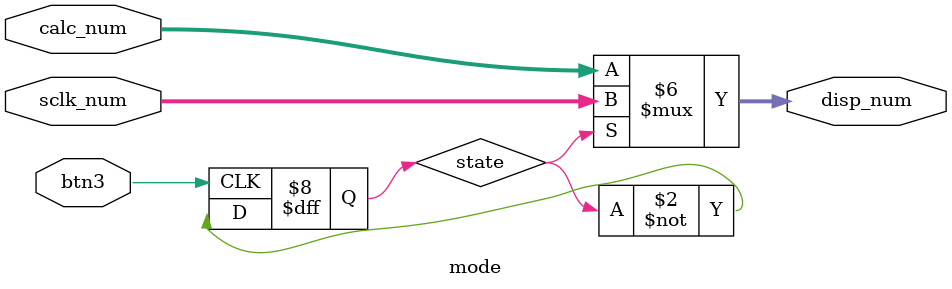
<source format=v>
`timescale 1ns / 1ps
module mode(btn3, calc_num, sclk_num, disp_num);
	input btn3;
	input [3:0] calc_num, sclk_num;
	output reg [3:0] disp_num;
	reg state = 0; //0:calc, 1:sclk
	
	always@(posedge btn3) begin
		if(btn3) begin
			state = ~state;
		end
	end
	
	always@(state or calc_num or sclk_num) begin
		if(state) begin
			disp_num = sclk_num;
		end
		else begin
			disp_num = calc_num;
		end
	end

endmodule

</source>
